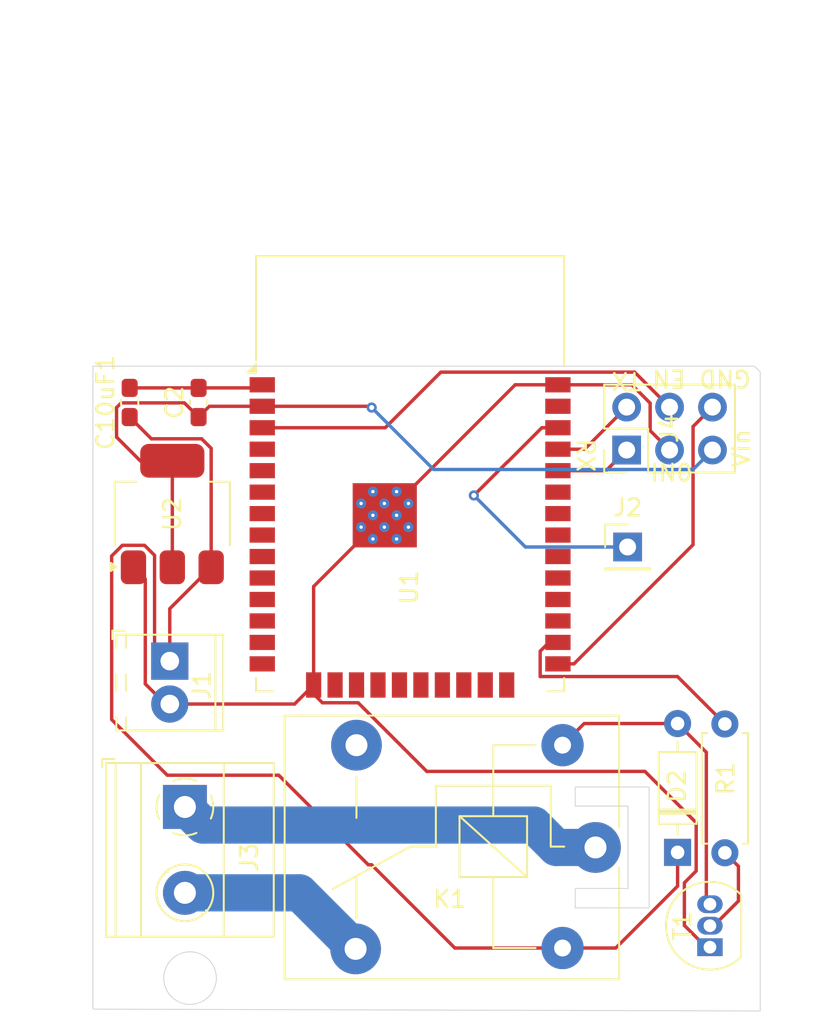
<source format=kicad_pcb>
(kicad_pcb (version 20240108) (generator "pcbnew") (generator_version "8.0")
  (layers (0 "F.Cu" signal) (31 "B.Cu" signal) (34 "B.Paste" user) (35 "F.Paste" user) (36 "B.SilkS" user "B.Silkscreen") (37 "F.SilkS" user "F.Silkscreen") (38 "B.Mask" user) (39 "F.Mask" user) (44 "Edge.Cuts" user))
  (net 0 "")
  (net 1 "PS +5V")
  (net 2 "PS_GND")
  (net 14 "SW1")
  (net 22 "Net-(D2-A)")
  (net 23 "Net-(T1-B)")
  (net 27 "/RelayCircuit1/ACT-X")
  (net 30 "Net-(J3-Pin_2)")
  (net 31 "Net-(J3-Pin_1)")
  (net 33 "3.3V")
  (net 34 "TX")
  (net 35 "RX")
  (net 36 "EN")
  (net 37 "IN0")
  (footprint "RF_Module:ESP32-WROOM-32D" (layer "F.Cu") (at 82.725 65.905)
    (property "Reference" "U1" (at -0.06 3.74 90) (layer "F.SilkS"))
    (property "Value" "ESP32")
    (fp_line (start -9.12 -15.86) (end -9.12 -9.7) (stroke (width 0.12)) (layer "F.SilkS"))
    (fp_line (start -9.12 -15.86) (end 9.12 -15.86) (stroke (width 0.12)) (layer "F.SilkS"))
    (fp_line (start -9.12 9.1) (end -9.12 9.88) (stroke (width 0.12)) (layer "F.SilkS"))
    (fp_line (start -9.12 9.88) (end -8.12 9.88) (stroke (width 0.12)) (layer "F.SilkS"))
    (fp_line (start 9.12 -15.86) (end 9.12 -9.445) (stroke (width 0.12)) (layer "F.SilkS"))
    (fp_line (start 9.12 9.1) (end 9.12 9.88) (stroke (width 0.12)) (layer "F.SilkS"))
    (fp_line (start 9.12 9.88) (end 8.12 9.88) (stroke (width 0.12)) (layer "F.SilkS"))
    (fp_poly (pts (xy -9.125 -8.975) (xy -9.625 -8.975) (xy -9.125 -9.475) (xy -9.125 -8.975)) (stroke (width 0.12)) (fill solid) (layer "F.SilkS"))
    (pad "1" smd rect (at -8.75 -8.25) (size 1.5 0.9) (layers "F.Cu" "F.Paste" "F.Mask") (net 2 "PS_GND"))
    (pad "2" smd rect (at -8.75 -6.98) (size 1.5 0.9) (layers "F.Cu" "F.Paste" "F.Mask") (net 33 "3.3V"))
    (pad "3" smd rect (at -8.75 -5.71) (size 1.5 0.9) (layers "F.Cu" "F.Paste" "F.Mask") (net 36 "EN"))
    (pad "4" smd rect (at -8.75 -4.44) (size 1.5 0.9) (layers "F.Cu" "F.Paste" "F.Mask"))
    (pad "5" smd rect (at -8.75 -3.17) (size 1.5 0.9) (layers "F.Cu" "F.Paste" "F.Mask"))
    (pad "6" smd rect (at -8.75 -1.9) (size 1.5 0.9) (layers "F.Cu" "F.Paste" "F.Mask"))
    (pad "7" smd rect (at -8.75 -0.63) (size 1.5 0.9) (layers "F.Cu" "F.Paste" "F.Mask"))
    (pad "8" smd rect (at -8.75 0.64) (size 1.5 0.9) (layers "F.Cu" "F.Paste" "F.Mask"))
    (pad "9" smd rect (at -8.75 1.91) (size 1.5 0.9) (layers "F.Cu" "F.Paste" "F.Mask"))
    (pad "10" smd rect (at -8.75 3.18) (size 1.5 0.9) (layers "F.Cu" "F.Paste" "F.Mask"))
    (pad "11" smd rect (at -8.75 4.45) (size 1.5 0.9) (layers "F.Cu" "F.Paste" "F.Mask"))
    (pad "12" smd rect (at -8.75 5.72) (size 1.5 0.9) (layers "F.Cu" "F.Paste" "F.Mask"))
    (pad "13" smd rect (at -8.75 6.99) (size 1.5 0.9) (layers "F.Cu" "F.Paste" "F.Mask"))
    (pad "14" smd rect (at -8.75 8.26) (size 1.5 0.9) (layers "F.Cu" "F.Paste" "F.Mask"))
    (pad "15" smd rect (at -5.71 9.51 90) (size 1.5 0.9) (layers "F.Cu" "F.Paste" "F.Mask") (net 2 "PS_GND"))
    (pad "16" smd rect (at -4.44 9.51 90) (size 1.5 0.9) (layers "F.Cu" "F.Paste" "F.Mask"))
    (pad "17" smd rect (at -3.17 9.51 90) (size 1.5 0.9) (layers "F.Cu" "F.Paste" "F.Mask"))
    (pad "18" smd rect (at -1.9 9.51 90) (size 1.5 0.9) (layers "F.Cu" "F.Paste" "F.Mask"))
    (pad "19" smd rect (at -0.63 9.51 90) (size 1.5 0.9) (layers "F.Cu" "F.Paste" "F.Mask"))
    (pad "20" smd rect (at 0.64 9.51 90) (size 1.5 0.9) (layers "F.Cu" "F.Paste" "F.Mask"))
    (pad "21" smd rect (at 1.91 9.51 90) (size 1.5 0.9) (layers "F.Cu" "F.Paste" "F.Mask"))
    (pad "22" smd rect (at 3.18 9.51 90) (size 1.5 0.9) (layers "F.Cu" "F.Paste" "F.Mask"))
    (pad "23" smd rect (at 4.45 9.51 90) (size 1.5 0.9) (layers "F.Cu" "F.Paste" "F.Mask"))
    (pad "24" smd rect (at 5.72 9.51 90) (size 1.5 0.9) (layers "F.Cu" "F.Paste" "F.Mask"))
    (pad "25" smd rect (at 8.75 8.26) (size 1.5 0.9) (layers "F.Cu" "F.Paste" "F.Mask") (net 37 "IN0"))
    (pad "26" smd rect (at 8.75 6.99) (size 1.5 0.9) (layers "F.Cu" "F.Paste" "F.Mask") (net 27 "/RelayCircuit1/ACT-X"))
    (pad "27" smd rect (at 8.75 5.72) (size 1.5 0.9) (layers "F.Cu" "F.Paste" "F.Mask"))
    (pad "28" smd rect (at 8.75 4.45) (size 1.5 0.9) (layers "F.Cu" "F.Paste" "F.Mask"))
    (pad "29" smd rect (at 8.75 3.18) (size 1.5 0.9) (layers "F.Cu" "F.Paste" "F.Mask"))
    (pad "30" smd rect (at 8.75 1.91) (size 1.5 0.9) (layers "F.Cu" "F.Paste" "F.Mask"))
    (pad "31" smd rect (at 8.75 0.64) (size 1.5 0.9) (layers "F.Cu" "F.Paste" "F.Mask"))
    (pad "32" smd rect (at 8.75 -0.63) (size 1.5 0.9) (layers "F.Cu" "F.Paste" "F.Mask"))
    (pad "33" smd rect (at 8.75 -1.9) (size 1.5 0.9) (layers "F.Cu" "F.Paste" "F.Mask"))
    (pad "34" smd rect (at 8.75 -3.17) (size 1.5 0.9) (layers "F.Cu" "F.Paste" "F.Mask") (net 35 "RX"))
    (pad "35" smd rect (at 8.75 -4.44) (size 1.5 0.9) (layers "F.Cu" "F.Paste" "F.Mask") (net 34 "TX"))
    (pad "36" smd rect (at 8.75 -5.71) (size 1.5 0.9) (layers "F.Cu" "F.Paste" "F.Mask") (net 14 "SW1"))
    (pad "37" smd rect (at 8.75 -6.98) (size 1.5 0.9) (layers "F.Cu" "F.Paste" "F.Mask"))
    (pad "38" smd rect (at 8.75 -8.25) (size 1.5 0.9) (layers "F.Cu" "F.Paste" "F.Mask") (net 2 "PS_GND"))
    (pad "39" smd rect (at -2.9 -1.93) (size 0.9 0.9) (layers "F.Cu" "F.Paste") (net 2 "PS_GND"))
    (pad "39" thru_hole circle (at -2.9 -1.23) (size 0.6 0.6) (drill 0.2) (property pad_prop_heatsink) (layers "*.Cu" "F.Mask") (net 2 "PS_GND"))
    (pad "39" smd rect (at -2.9 -0.53) (size 0.9 0.9) (layers "F.Cu" "F.Paste") (net 2 "PS_GND"))
    (pad "39" thru_hole circle (at -2.9 0.17) (size 0.6 0.6) (drill 0.2) (property pad_prop_heatsink) (layers "*.Cu" "F.Mask") (net 2 "PS_GND"))
    (pad "39" smd rect (at -2.9 0.87) (size 0.9 0.9) (layers "F.Cu" "F.Paste") (net 2 "PS_GND"))
    (pad "39" thru_hole circle (at -2.2 -1.93) (size 0.6 0.6) (drill 0.2) (property pad_prop_heatsink) (layers "*.Cu" "F.Mask") (net 2 "PS_GND"))
    (pad "39" thru_hole circle (at -2.2 -0.53) (size 0.6 0.6) (drill 0.2) (property pad_prop_heatsink) (layers "*.Cu" "F.Mask") (net 2 "PS_GND"))
    (pad "39" thru_hole circle (at -2.2 0.87) (size 0.6 0.6) (drill 0.2) (property pad_prop_heatsink) (layers "*.Cu" "F.Mask") (net 2 "PS_GND"))
    (pad "39" thru_hole circle (at -1.525 -1.23) (size 0.6 0.6) (drill 0.2) (property pad_prop_heatsink) (layers "*.Cu" "F.Mask") (net 2 "PS_GND"))
    (pad "39" thru_hole circle (at -1.525 0.17) (size 0.6 0.6) (drill 0.2) (property pad_prop_heatsink) (layers "*.Cu" "F.Mask") (net 2 "PS_GND"))
    (pad "39" smd rect (at -1.5 -1.93) (size 0.9 0.9) (layers "F.Cu" "F.Paste") (net 2 "PS_GND"))
    (pad "39" smd rect (at -1.5 -0.53) (size 0.9 0.9) (layers "F.Cu" "F.Paste") (net 2 "PS_GND"))
    (pad "39" smd rect (at -1.5 -0.53) (size 3.8 3.8) (layers "F.Cu" "F.Mask") (net 2 "PS_GND"))
    (pad "39" smd rect (at -1.5 0.87) (size 0.9 0.9) (layers "F.Cu" "F.Paste") (net 2 "PS_GND"))
    (pad "39" thru_hole circle (at -0.8 -1.93) (size 0.6 0.6) (drill 0.2) (property pad_prop_heatsink) (layers "*.Cu" "F.Mask") (net 2 "PS_GND"))
    (pad "39" thru_hole circle (at -0.8 -0.53) (size 0.6 0.6) (drill 0.2) (property pad_prop_heatsink) (layers "*.Cu" "F.Mask") (net 2 "PS_GND"))
    (pad "39" thru_hole circle (at -0.8 0.87) (size 0.6 0.6) (drill 0.2) (property pad_prop_heatsink) (layers "*.Cu" "F.Mask") (net 2 "PS_GND"))
    (pad "39" smd rect (at -0.1 -1.93) (size 0.9 0.9) (layers "F.Cu" "F.Paste") (net 2 "PS_GND"))
    (pad "39" thru_hole circle (at -0.1 -1.23) (size 0.6 0.6) (drill 0.2) (property pad_prop_heatsink) (layers "*.Cu" "F.Mask") (net 2 "PS_GND"))
    (pad "39" smd rect (at -0.1 -0.53) (size 0.9 0.9) (layers "F.Cu" "F.Paste") (net 2 "PS_GND"))
    (pad "39" thru_hole circle (at -0.1 0.17) (size 0.6 0.6) (drill 0.2) (property pad_prop_heatsink) (layers "*.Cu" "F.Mask") (net 2 "PS_GND"))
    (pad "39" smd rect (at -0.1 0.87) (size 0.9 0.9) (layers "F.Cu" "F.Paste") (net 2 "PS_GND"))
  )
  (footprint "Capacitor_SMD:C_0603_1608Metric_Pad1.08x0.95mm_HandSolder" (layer "F.Cu") (at 66.125 58.7 90)
    (property "Reference" "C10uF1" (at 0 -1.43 90) (layer "F.SilkS"))
    (property "Value" "C")
    (fp_line (start -0.146267 -0.51) (end 0.146267 -0.51) (stroke (width 0.12)) (layer "F.SilkS"))
    (fp_line (start -0.146267 0.51) (end 0.146267 0.51) (stroke (width 0.12)) (layer "F.SilkS"))
    (pad "1" smd roundrect (at -0.8625 0 90) (size 1.075 0.95) (layers "F.Cu" "F.Paste" "F.Mask") (net 1 "PS +5V"))
    (pad "2" smd roundrect (at 0.8625 0 90) (size 1.075 0.95) (layers "F.Cu" "F.Paste" "F.Mask") (net 2 "PS_GND"))
  )
  (footprint "Package_TO_SOT_SMD:SOT-223-3_TabPin2" (layer "F.Cu") (at 68.65 65.3 90)
    (property "Reference" "U2" (at 0 0 90) (layer "F.SilkS"))
    (property "Value" "AMS1117-3.3")
    (fp_line (start 1.91 -3.41) (end 1.91 -2.15) (stroke (width 0.12)) (layer "F.SilkS"))
    (fp_line (start -1.85 -3.41) (end 1.91 -3.41) (stroke (width 0.12)) (layer "F.SilkS"))
    (fp_line (start 1.91 3.41) (end 1.91 2.15) (stroke (width 0.12)) (layer "F.SilkS"))
    (fp_line (start -1.85 3.41) (end 1.91 3.41) (stroke (width 0.12)) (layer "F.SilkS"))
    (fp_poly (pts (xy -3.13 -3.31) (xy -3.37 -3.64) (xy -2.89 -3.64) (xy -3.13 -3.31)) (stroke (width 0.12)) (fill solid) (layer "F.SilkS"))
    (pad "1" smd roundrect (at -3.15 -2.3 90) (size 2 1.5) (layers "F.Cu" "F.Paste" "F.Mask") (net 2 "PS_GND"))
    (pad "2" smd roundrect (at -3.15 0 90) (size 2 1.5) (layers "F.Cu" "F.Paste" "F.Mask") (net 33 "3.3V"))
    (pad "2" smd roundrect (at 3.15 0 90) (size 2 3.8) (layers "F.Cu" "F.Paste" "F.Mask") (net 33 "3.3V"))
    (pad "3" smd roundrect (at -3.15 2.3 90) (size 2 1.5) (layers "F.Cu" "F.Paste" "F.Mask") (net 1 "PS +5V"))
  )
  (footprint "Relay_THT:Relay_SPDT_SANYOU_SRD_Series_Form_C" (layer "F.Cu") (at 93.7 85.025 180)
    (property "Reference" "K1" (at 8.625 -3.05 0) (layer "F.SilkS"))
    (property "Value" "Relay1")
    (fp_line (start 18.4 7.8) (end -1.4 7.8) (stroke (width 0.12)) (layer "F.SilkS"))
    (fp_line (start 18.4 -7.8) (end 18.4 7.8) (stroke (width 0.12)) (layer "F.SilkS"))
    (fp_line (start 14.15 4.2) (end 14.15 1.75) (stroke (width 0.12)) (layer "F.SilkS"))
    (fp_line (start 14.15 -4.2) (end 14.15 -1.7) (stroke (width 0.12)) (layer "F.SilkS"))
    (fp_line (start 10.95 0.05) (end 15.55 -2.45) (stroke (width 0.12)) (layer "F.SilkS"))
    (fp_line (start 9.45 3.65) (end 2.65 3.65) (stroke (width 0.12)) (layer "F.SilkS"))
    (fp_line (start 9.45 0.05) (end 10.95 0.05) (stroke (width 0.12)) (layer "F.SilkS"))
    (fp_line (start 9.45 0.05) (end 9.45 3.65) (stroke (width 0.12)) (layer "F.SilkS"))
    (fp_line (start 8.05 1.85) (end 4.05 1.85) (stroke (width 0.12)) (layer "F.SilkS"))
    (fp_line (start 8.05 1.85) (end 4.05 -1.75) (stroke (width 0.12)) (layer "F.SilkS"))
    (fp_line (start 8.05 -1.75) (end 8.05 1.85) (stroke (width 0.12)) (layer "F.SilkS"))
    (fp_line (start 6.05 1.85) (end 6.05 6.05) (stroke (width 0.12)) (layer "F.SilkS"))
    (fp_line (start 6.05 -5.95) (end 6.05 -1.75) (stroke (width 0.12)) (layer "F.SilkS"))
    (fp_line (start 6.05 -5.95) (end 3.55 -5.95) (stroke (width 0.12)) (layer "F.SilkS"))
    (fp_line (start 4.05 1.85) (end 4.05 -1.75) (stroke (width 0.12)) (layer "F.SilkS"))
    (fp_line (start 4.05 -1.75) (end 8.05 -1.75) (stroke (width 0.12)) (layer "F.SilkS"))
    (fp_line (start 3.55 6.05) (end 6.05 6.05) (stroke (width 0.12)) (layer "F.SilkS"))
    (fp_line (start 2.65 0.05) (end 2.65 3.65) (stroke (width 0.12)) (layer "F.SilkS"))
    (fp_line (start 2.65 0.05) (end 1.85 0.05) (stroke (width 0.12)) (layer "F.SilkS"))
    (fp_line (start -1.4 1.2) (end -1.4 7.8) (stroke (width 0.12)) (layer "F.SilkS"))
    (fp_line (start -1.4 -7.8) (end 18.4 -7.8) (stroke (width 0.12)) (layer "F.SilkS"))
    (fp_line (start -1.4 -7.8) (end -1.4 -1.2) (stroke (width 0.12)) (layer "F.SilkS"))
    (pad "1" thru_hole circle (at 0 0 270) (size 3 3) (drill 1.3) (layers "*.Cu" "*.Mask") (net 31 "Net-(J3-Pin_1)"))
    (pad "2" thru_hole circle (at 1.95 6.05 270) (size 2.5 2.5) (drill 1) (layers "*.Cu" "*.Mask") (net 22 "Net-(D2-A)"))
    (pad "3" thru_hole circle (at 14.15 6.05 270) (size 3 3) (drill 1.3) (layers "*.Cu" "*.Mask"))
    (pad "4" thru_hole circle (at 14.2 -6 270) (size 3 3) (drill 1.3) (layers "*.Cu" "*.Mask") (net 30 "Net-(J3-Pin_2)"))
    (pad "5" thru_hole circle (at 1.95 -5.95 270) (size 2.5 2.5) (drill 1) (layers "*.Cu" "*.Mask") (net 1 "PS +5V"))
  )
  (footprint "Resistor_THT:R_Axial_DIN0207_L6.3mm_D2.5mm_P7.62mm_Horizontal" (layer "F.Cu") (at 101.36 77.72 -90)
    (property "Reference" "R1" (at 3.23 -0.04 90) (layer "F.SilkS"))
    (property "Value" "1KΩ")
    (fp_line (start 0.54 1.37) (end 7.08 1.37) (stroke (width 0.12)) (layer "F.SilkS"))
    (fp_line (start 7.08 1.37) (end 7.08 1.04) (stroke (width 0.12)) (layer "F.SilkS"))
    (fp_line (start 0.54 1.04) (end 0.54 1.37) (stroke (width 0.12)) (layer "F.SilkS"))
    (fp_line (start 0.54 -1.04) (end 0.54 -1.37) (stroke (width 0.12)) (layer "F.SilkS"))
    (fp_line (start 0.54 -1.37) (end 7.08 -1.37) (stroke (width 0.12)) (layer "F.SilkS"))
    (fp_line (start 7.08 -1.37) (end 7.08 -1.04) (stroke (width 0.12)) (layer "F.SilkS"))
    (pad "1" thru_hole circle (at 0 0 270) (size 1.6 1.6) (drill 0.8) (layers "*.Cu" "*.Mask") (net 27 "/RelayCircuit1/ACT-X"))
    (pad "2" thru_hole oval (at 7.62 0 270) (size 1.6 1.6) (drill 0.8) (layers "*.Cu" "*.Mask") (net 23 "Net-(T1-B)"))
  )
  (footprint "Connector_PinHeader_2.54mm:PinHeader_1x01_P2.54mm_Vertical" (layer "F.Cu") (at 95.6 67.25)
    (property "Reference" "J2" (at 0 -2.33 0) (layer "F.SilkS"))
    (property "Value" "S1")
    (fp_line (start -1.33 -1.33) (end 0 -1.33) (stroke (width 0.12)) (layer "F.SilkS"))
    (fp_line (start -1.33 0) (end -1.33 -1.33) (stroke (width 0.12)) (layer "F.SilkS"))
    (fp_line (start -1.33 1.27) (end -1.33 1.33) (stroke (width 0.12)) (layer "F.SilkS"))
    (fp_line (start -1.33 1.27) (end 1.33 1.27) (stroke (width 0.12)) (layer "F.SilkS"))
    (fp_line (start -1.33 1.33) (end 1.33 1.33) (stroke (width 0.12)) (layer "F.SilkS"))
    (fp_line (start 1.33 1.27) (end 1.33 1.33) (stroke (width 0.12)) (layer "F.SilkS"))
    (pad "1" thru_hole rect (at 0 0) (size 1.7 1.7) (drill 1) (layers "*.Cu" "*.Mask") (net 14 "SW1"))
  )
  (footprint "Diode_THT:D_DO-35_SOD27_P7.62mm_Horizontal" (layer "F.Cu") (at 98.56 85.315 90)
    (property "Reference" "D2" (at 3.915 -0.035 90) (layer "F.SilkS"))
    (property "Value" "1N4007")
    (fp_line (start 5.93 -1.12) (end 1.69 -1.12) (stroke (width 0.12)) (layer "F.SilkS"))
    (fp_line (start 2.53 -1.12) (end 2.53 1.12) (stroke (width 0.12)) (layer "F.SilkS"))
    (fp_line (start 2.41 -1.12) (end 2.41 1.12) (stroke (width 0.12)) (layer "F.SilkS"))
    (fp_line (start 2.29 -1.12) (end 2.29 1.12) (stroke (width 0.12)) (layer "F.SilkS"))
    (fp_line (start 1.69 -1.12) (end 1.69 1.12) (stroke (width 0.12)) (layer "F.SilkS"))
    (fp_line (start 6.58 0) (end 5.93 0) (stroke (width 0.12)) (layer "F.SilkS"))
    (fp_line (start 1.04 0) (end 1.69 0) (stroke (width 0.12)) (layer "F.SilkS"))
    (fp_line (start 5.93 1.12) (end 5.93 -1.12) (stroke (width 0.12)) (layer "F.SilkS"))
    (fp_line (start 1.69 1.12) (end 5.93 1.12) (stroke (width 0.12)) (layer "F.SilkS"))
    (pad "1" thru_hole rect (at 0 0 90) (size 1.6 1.6) (drill 0.8) (layers "*.Cu" "*.Mask") (net 1 "PS +5V"))
    (pad "2" thru_hole oval (at 7.62 0 90) (size 1.6 1.6) (drill 0.8) (layers "*.Cu" "*.Mask") (net 22 "Net-(D2-A)"))
  )
  (footprint "Package_TO_SOT_THT:TO-92_Inline" (layer "F.Cu") (at 100.475 90.925 90)
    (property "Reference" "T1" (at 1.24 -1.625 90) (layer "F.SilkS"))
    (property "Value" "2N2222")
    (fp_line (start -0.53 1.85) (end 3.07 1.85) (stroke (width 0.12)) (layer "F.SilkS"))
    (fp_arc (start 1.27 -2.6) (mid 3.672087 -0.994977) (end 3.108478 1.838478) (stroke (width 0.12)) (layer "F.SilkS"))
    (fp_arc (start -0.568478 1.838478) (mid -1.132087 -0.994977) (end 1.27 -2.6) (stroke (width 0.12)) (layer "F.SilkS"))
    (pad "1" thru_hole rect (at 0 0 90) (size 1.05 1.5) (drill 0.75) (layers "*.Cu" "*.Mask") (net 2 "PS_GND"))
    (pad "2" thru_hole oval (at 1.27 0 90) (size 1.05 1.5) (drill 0.75) (layers "*.Cu" "*.Mask") (net 23 "Net-(T1-B)"))
    (pad "3" thru_hole oval (at 2.54 0 90) (size 1.05 1.5) (drill 0.75) (layers "*.Cu" "*.Mask") (net 22 "Net-(D2-A)"))
  )
  (footprint "TerminalBlock_Phoenix:TerminalBlock_Phoenix_MKDS-1,5-2-5.08_1x02_P5.08mm_Horizontal" (layer "F.Cu") (at 69.395 82.63 -90)
    (property "Reference" "J3" (at 2.97 -3.805 90) (layer "F.SilkS"))
    (property "Value" "L2")
    (fp_line (start -2.84 4.9) (end -2.34 4.9) (stroke (width 0.12)) (layer "F.SilkS"))
    (fp_line (start -2.6 4.66) (end 7.68 4.66) (stroke (width 0.12)) (layer "F.SilkS"))
    (fp_line (start -2.84 4.16) (end -2.84 4.9) (stroke (width 0.12)) (layer "F.SilkS"))
    (fp_line (start -2.6 4.1) (end 7.68 4.1) (stroke (width 0.12)) (layer "F.SilkS"))
    (fp_line (start -2.6 2.6) (end 7.68 2.6) (stroke (width 0.12)) (layer "F.SilkS"))
    (fp_line (start 4.046 1.239) (end 4.011 1.274) (stroke (width 0.12)) (layer "F.SilkS"))
    (fp_line (start 3.853 1.023) (end 3.806 1.069) (stroke (width 0.12)) (layer "F.SilkS"))
    (fp_line (start 6.355 -1.069) (end 6.308 -1.023) (stroke (width 0.12)) (layer "F.SilkS"))
    (fp_line (start 6.15 -1.275) (end 6.115 -1.239) (stroke (width 0.12)) (layer "F.SilkS"))
    (fp_line (start -2.6 -2.301) (end 7.68 -2.301) (stroke (width 0.12)) (layer "F.SilkS"))
    (fp_line (start -2.6 -5.261) (end -2.6 4.66) (stroke (width 0.12)) (layer "F.SilkS"))
    (fp_line (start -2.6 -5.261) (end 7.68 -5.261) (stroke (width 0.12)) (layer "F.SilkS"))
    (fp_line (start 7.68 -5.261) (end 7.68 4.66) (stroke (width 0.12)) (layer "F.SilkS"))
    (fp_arc (start 0.028805 1.680253) (mid -0.335551 1.646659) (end -0.684 1.535) (stroke (width 0.12)) (layer "F.SilkS"))
    (fp_arc (start 0.683318 1.534756) (mid 0.349292 1.643288) (end 0 1.68) (stroke (width 0.12)) (layer "F.SilkS"))
    (fp_arc (start -1.535427 0.683042) (mid -1.680501 -0.000524) (end -1.535 -0.684) (stroke (width 0.12)) (layer "F.SilkS"))
    (fp_arc (start 1.535427 -0.683042) (mid 1.680501 0.000524) (end 1.535 0.684) (stroke (width 0.12)) (layer "F.SilkS"))
    (fp_arc (start -0.683042 -1.535427) (mid 0.000524 -1.680501) (end 0.684 -1.535) (stroke (width 0.12)) (layer "F.SilkS"))
    (fp_circle (center 5.08 0) (end 6.76 0) (stroke (width 0.12)) (fill none) (layer "F.SilkS"))
    (pad "1" thru_hole rect (at 0 0 270) (size 2.6 2.6) (drill 1.3) (layers "*.Cu" "*.Mask") (net 31 "Net-(J3-Pin_1)"))
    (pad "2" thru_hole circle (at 5.08 0 270) (size 2.6 2.6) (drill 1.3) (layers "*.Cu" "*.Mask") (net 30 "Net-(J3-Pin_2)"))
  )
  (footprint "Connector_PinHeader_2.54mm:PinHeader_2x03_P2.54mm_Vertical" (layer "F.Cu") (at 95.545 61.515 90)
    (property "Reference" "J4" (at 1.275 2.525 90) (layer "F.SilkS"))
    (property "Value" "Conn_01x06_Pin")
    (fp_line (start 3.87 -1.33) (end 3.87 6.41) (stroke (width 0.12)) (layer "F.SilkS"))
    (fp_line (start 1.27 -1.33) (end 3.87 -1.33) (stroke (width 0.12)) (layer "F.SilkS"))
    (fp_line (start -1.33 -1.33) (end 0 -1.33) (stroke (width 0.12)) (layer "F.SilkS"))
    (fp_line (start -1.33 0) (end -1.33 -1.33) (stroke (width 0.12)) (layer "F.SilkS"))
    (fp_line (start 1.27 1.27) (end 1.27 -1.33) (stroke (width 0.12)) (layer "F.SilkS"))
    (fp_line (start -1.33 1.27) (end 1.27 1.27) (stroke (width 0.12)) (layer "F.SilkS"))
    (fp_line (start -1.33 1.27) (end -1.33 6.41) (stroke (width 0.12)) (layer "F.SilkS"))
    (fp_line (start -1.33 6.41) (end 3.87 6.41) (stroke (width 0.12)) (layer "F.SilkS"))
    (pad "1" thru_hole rect (at 0 0 90) (size 1.7 1.7) (drill 1) (layers "*.Cu" "*.Mask") (net 35 "RX"))
    (pad "2" thru_hole oval (at 2.54 0 90) (size 1.7 1.7) (drill 1) (layers "*.Cu" "*.Mask") (net 34 "TX"))
    (pad "3" thru_hole oval (at 0 2.54 90) (size 1.7 1.7) (drill 1) (layers "*.Cu" "*.Mask") (net 2 "PS_GND"))
    (pad "4" thru_hole oval (at 2.54 2.54 90) (size 1.7 1.7) (drill 1) (layers "*.Cu" "*.Mask") (net 36 "EN"))
    (pad "5" thru_hole oval (at 0 5.08 90) (size 1.7 1.7) (drill 1) (layers "*.Cu" "*.Mask") (net 33 "3.3V"))
    (pad "6" thru_hole oval (at 2.54 5.08 90) (size 1.7 1.7) (drill 1) (layers "*.Cu" "*.Mask") (net 37 "IN0"))
  )
  (footprint "Capacitor_SMD:C_0603_1608Metric_Pad1.08x0.95mm_HandSolder" (layer "F.Cu") (at 70.205 58.7025 90)
    (property "Reference" "C2" (at 0 -1.43 90) (layer "F.SilkS"))
    (property "Value" "10uF")
    (fp_line (start -0.146267 -0.51) (end 0.146267 -0.51) (stroke (width 0.12)) (layer "F.SilkS"))
    (fp_line (start -0.146267 0.51) (end 0.146267 0.51) (stroke (width 0.12)) (layer "F.SilkS"))
    (pad "1" smd roundrect (at -0.8625 0 90) (size 1.075 0.95) (layers "F.Cu" "F.Paste" "F.Mask") (net 33 "3.3V"))
    (pad "2" smd roundrect (at 0.8625 0 90) (size 1.075 0.95) (layers "F.Cu" "F.Paste" "F.Mask") (net 2 "PS_GND"))
  )
  (footprint "TerminalBlock_Phoenix:TerminalBlock_Phoenix_MPT-0,5-2-2.54_1x02_P2.54mm_Horizontal" (layer "F.Cu") (at 68.5 74 -90)
    (property "Reference" "J1" (at 1.44 -1.9 90) (layer "F.SilkS"))
    (property "Value" "+")
    (fp_line (start -1.8 3.4) (end -1.3 3.4) (stroke (width 0.12)) (layer "F.SilkS"))
    (fp_line (start -1.56 3.16) (end -0.79 3.16) (stroke (width 0.12)) (layer "F.SilkS"))
    (fp_line (start 0.79 3.16) (end 1.75 3.16) (stroke (width 0.12)) (layer "F.SilkS"))
    (fp_line (start 3.33 3.16) (end 4.1 3.16) (stroke (width 0.12)) (layer "F.SilkS"))
    (fp_line (start -1.8 2.66) (end -1.8 3.4) (stroke (width 0.12)) (layer "F.SilkS"))
    (fp_line (start -1.56 2.6) (end -0.79 2.6) (stroke (width 0.12)) (layer "F.SilkS"))
    (fp_line (start 0.79 2.6) (end 1.75 2.6) (stroke (width 0.12)) (layer "F.SilkS"))
    (fp_line (start 3.33 2.6) (end 4.1 2.6) (stroke (width 0.12)) (layer "F.SilkS"))
    (fp_line (start -1.56 -2.7) (end 4.1 -2.7) (stroke (width 0.12)) (layer "F.SilkS"))
    (fp_line (start -1.56 -3.16) (end -1.56 3.16) (stroke (width 0.12)) (layer "F.SilkS"))
    (fp_line (start -1.56 -3.16) (end 4.1 -3.16) (stroke (width 0.12)) (layer "F.SilkS"))
    (fp_line (start 4.1 -3.16) (end 4.1 3.16) (stroke (width 0.12)) (layer "F.SilkS"))
    (pad "" np_thru_hole circle (at 0 2.54 270) (size 1.1 1.1) (drill 1.1) (layers "*.Cu" "*.Mask"))
    (pad "" np_thru_hole circle (at 2.54 2.54 270) (size 1.1 1.1) (drill 1.1) (layers "*.Cu" "*.Mask"))
    (pad "1" thru_hole rect (at 0 0 270) (size 2.2 2.2) (drill 1.1) (layers "*.Cu" "*.Mask") (net 1 "PS +5V"))
    (pad "2" thru_hole circle (at 2.54 0 270) (size 2.2 2.2) (drill 1.1) (layers "*.Cu" "*.Mask") (net 2 "PS_GND"))
  )
  (gr_poly (pts (xy 92.5 81.45) (xy 96.875 81.45) (xy 96.875 88.575) (xy 96.85 88.6) (xy 92.5 88.6) (xy 92.5 87.475) (xy 92.525 87.45) (xy 95.6 87.45) (xy 95.625 87.475) (xy 95.625 82.575) (xy 92.5 82.575)) (stroke (width 0.05)) (fill none) (layer "Edge.Cuts"))
  (gr_circle (center 69.7 92.755634) (end 70.8 93.855634) (stroke (width 0.05)) (fill none) (layer "Edge.Cuts"))
  (gr_poly (pts (xy 63.95 56.55) (xy 103.1 56.55) (xy 103.45 56.9) (xy 103.45 94.7) (xy 63.989308 94.589308) (xy 63.95 94.55)) (stroke (width 0.05)) (fill none) (layer "Edge.Cuts"))
  (gr_text "RX\n" (at 93.1 61.825 270) (layer "F.SilkS") (effects (font (size 1 1))))
  (gr_text "EN" (at 98.05 57.275 180) (layer "F.SilkS") (effects (font (size 1 1))))
  (gr_text "IN0\n" (at 98.2 62.875 0) (layer "F.SilkS") (effects (font (size 1 1))))
  (gr_text "Vin" (at 102.35 61.4 90) (layer "F.SilkS") (effects (font (size 1 1))))
  (gr_text "TX\n" (at 95.525 57.425 180) (layer "F.SilkS") (effects (font (size 1 1))))
  (gr_text "GND\n" (at 101.375 57.275 180) (layer "F.SilkS") (effects (font (size 1 1))))
  (segment (start 68.35 80.75) (end 74.95 80.75) (width 0.2) (layer "F.Cu") (net 1))
  (segment (start 68.5 70.9) (end 70.95 68.45) (width 0.2) (layer "F.Cu") (net 1))
  (segment (start 70.95 61.411358) (end 70.95 68.45) (width 0.2) (layer "F.Cu") (net 1))
  (segment (start 80.25 86.05) (end 80.45 86.05) (width 0.2) (layer "F.Cu") (net 1))
  (segment (start 65.06 77.46) (end 68.35 80.75) (width 0.2) (layer "F.Cu") (net 1))
  (segment (start 80.45 86.05) (end 85.375 90.975) (width 0.2) (layer "F.Cu") (net 1))
  (segment (start 98.56 87.314264) (end 98.56 85.315) (width 0.2) (layer "F.Cu") (net 1))
  (segment (start 68.5 74) (end 68.5 70.9) (width 0.2) (layer "F.Cu") (net 1))
  (segment (start 67.004594 67.15) (end 65.695406 67.15) (width 0.2) (layer "F.Cu") (net 1))
  (segment (start 85.375 90.975) (end 91.75 90.975) (width 0.2) (layer "F.Cu") (net 1))
  (segment (start 65.695406 67.15) (end 65.06 67.785406) (width 0.2) (layer "F.Cu") (net 1))
  (segment (start 74.95 80.75) (end 80.25 86.05) (width 0.2) (layer "F.Cu") (net 1))
  (segment (start 67.6 67.745406) (end 67.004594 67.15) (width 0.2) (layer "F.Cu") (net 1))
  (segment (start 68.5 74) (end 67.6 73.1) (width 0.2) (layer "F.Cu") (net 1))
  (segment (start 94.899264 90.975) (end 98.56 87.314264) (width 0.2) (layer "F.Cu") (net 1))
  (segment (start 91.75 90.975) (end 94.899264 90.975) (width 0.2) (layer "F.Cu") (net 1))
  (segment (start 70.388642 60.85) (end 70.95 61.411358) (width 0.2) (layer "F.Cu") (net 1))
  (segment (start 65.06 67.785406) (end 65.06 77.46) (width 0.2) (layer "F.Cu") (net 1))
  (segment (start 66.125 59.5625) (end 67.4125 60.85) (width 0.2) (layer "F.Cu") (net 1))
  (segment (start 67.4125 60.85) (end 70.388642 60.85) (width 0.2) (layer "F.Cu") (net 1))
  (segment (start 67.6 73.1) (end 67.6 67.745406) (width 0.2) (layer "F.Cu") (net 1))
  (segment (start 96.625 80.525) (end 83.71 80.525) (width 0.2) (layer "F.Cu") (net 2))
  (segment (start 100.25 90.925) (end 98.96 89.635) (width 0.2) (layer "F.Cu") (net 2))
  (segment (start 68.5 76.54) (end 75.89 76.54) (width 0.2) (layer "F.Cu") (net 2))
  (segment (start 68.24 76.54) (end 67.05 75.35) (width 0.2) (layer "F.Cu") (net 2))
  (segment (start 67.05 69.15) (end 66.35 68.45) (width 0.2) (layer "F.Cu") (net 2))
  (segment (start 99.66 86.415) (end 99.66 83.56) (width 0.2) (layer "F.Cu") (net 2))
  (segment (start 98.96 87.115) (end 99.66 86.415) (width 0.2) (layer "F.Cu") (net 2))
  (segment (start 100.475 90.925) (end 100.25 90.925) (width 0.2) (layer "F.Cu") (net 2))
  (segment (start 98.96 89.635) (end 98.96 87.115) (width 0.2) (layer "F.Cu") (net 2))
  (segment (start 68.59 76.54) (end 68.7 76.65) (width 0.2) (layer "F.Cu") (net 2))
  (segment (start 66.125 57.8375) (end 73.7925 57.8375) (width 0.2) (layer "F.Cu") (net 2))
  (segment (start 95.851346 57.655) (end 96.935 58.738654) (width 0.2) (layer "F.Cu") (net 2))
  (segment (start 77.015 75.415) (end 77.015 69.585) (width 0.2) (layer "F.Cu") (net 2))
  (segment (start 96.935 58.738654) (end 96.935 60.365) (width 0.2) (layer "F.Cu") (net 2))
  (segment (start 83.71 80.525) (end 79.65 76.465) (width 0.2) (layer "F.Cu") (net 2))
  (segment (start 77.535 76.465) (end 77.015 75.945) (width 0.2) (layer "F.Cu") (net 2))
  (segment (start 82.625 63.975) (end 88.945 57.655) (width 0.2) (layer "F.Cu") (net 2))
  (segment (start 75.89 76.54) (end 77.015 75.415) (width 0.2) (layer "F.Cu") (net 2))
  (segment (start 96.935 60.365) (end 98.085 61.515) (width 0.2) (layer "F.Cu") (net 2))
  (segment (start 73.7925 57.8375) (end 73.975 57.655) (width 0.2) (layer "F.Cu") (net 2))
  (segment (start 77.015 75.945) (end 77.015 75.415) (width 0.2) (layer "F.Cu") (net 2))
  (segment (start 77.015 69.585) (end 79.825 66.775) (width 0.2) (layer "F.Cu") (net 2))
  (segment (start 68.5 76.54) (end 68.24 76.54) (width 0.2) (layer "F.Cu") (net 2))
  (segment (start 88.945 57.655) (end 91.475 57.655) (width 0.2) (layer "F.Cu") (net 2))
  (segment (start 99.66 83.56) (end 96.625 80.525) (width 0.2) (layer "F.Cu") (net 2))
  (segment (start 67.05 75.35) (end 67.05 69.15) (width 0.2) (layer "F.Cu") (net 2))
  (segment (start 79.65 76.465) (end 77.535 76.465) (width 0.2) (layer "F.Cu") (net 2))
  (segment (start 91.475 57.655) (end 95.851346 57.655) (width 0.2) (layer "F.Cu") (net 2))
  (segment (start 86.5 64.2) (end 88.48 62.22) (width 0.2) (layer "F.Cu") (net 14))
  (segment (start 88.48 62.22) (end 88.5 62.22) (width 0.2) (layer "F.Cu") (net 14))
  (segment (start 90.525 60.195) (end 91.475 60.195) (width 0.2) (layer "F.Cu") (net 14))
  (segment (start 88.5 62.22) (end 90.525 60.195) (width 0.2) (layer "F.Cu") (net 14))
  (via (at 86.5 64.2) (size 0.6) (drill 0.3) (layers "F.Cu" "B.Cu") (net 14))
  (segment (start 89.55 67.25) (end 95.6 67.25) (width 0.2) (layer "B.Cu") (net 14))
  (segment (start 86.5 64.2) (end 89.55 67.25) (width 0.2) (layer "B.Cu") (net 14))
  (segment (start 98.56 77.695) (end 93.03 77.695) (width 0.2) (layer "F.Cu") (net 22))
  (segment (start 100.475 88.385) (end 100.26 88.17) (width 0.2) (layer "F.Cu") (net 22))
  (segment (start 100.26 79.395) (end 98.56 77.695) (width 0.2) (layer "F.Cu") (net 22))
  (segment (start 93.03 77.695) (end 91.75 78.975) (width 0.2) (layer "F.Cu") (net 22))
  (segment (start 100.26 88.17) (end 100.26 79.395) (width 0.2) (layer "F.Cu") (net 22))
  (segment (start 100.7 89.655) (end 102.159999 88.195001) (width 0.2) (layer "F.Cu") (net 23))
  (segment (start 102.159999 88.195001) (end 102.159999 86.139999) (width 0.2) (layer "F.Cu") (net 23))
  (segment (start 100.475 89.655) (end 100.7 89.655) (width 0.2) (layer "F.Cu") (net 23))
  (segment (start 102.159999 86.139999) (end 101.36 85.34) (width 0.2) (layer "F.Cu") (net 23))
  (segment (start 90.945 72.895) (end 90.425 73.415) (width 0.2) (layer "F.Cu") (net 27))
  (segment (start 90.425 73.415) (end 90.425 74.915) (width 0.2) (layer "F.Cu") (net 27))
  (segment (start 90.425 74.915) (end 98.555 74.915) (width 0.2) (layer "F.Cu") (net 27))
  (segment (start 98.555 74.915) (end 101.36 77.72) (width 0.2) (layer "F.Cu") (net 27))
  (segment (start 91.475 72.895) (end 90.945 72.895) (width 0.2) (layer "F.Cu") (net 27))
  (segment (start 76.185 87.71) (end 79.5 91.025) (width 2.2) (layer "B.Cu") (net 30))
  (segment (start 69.395 87.71) (end 76.185 87.71) (width 2.2) (layer "B.Cu") (net 30))
  (segment (start 90.05 83.7) (end 91.375 85.025) (width 2.2) (layer "B.Cu") (net 31))
  (segment (start 91.375 85.025) (end 93.7 85.025) (width 2.2) (layer "B.Cu") (net 31))
  (segment (start 69.395 82.63) (end 70.465 83.7) (width 2.2) (layer "B.Cu") (net 31))
  (segment (start 70.465 83.7) (end 90.05 83.7) (width 2.2) (layer "B.Cu") (net 31))
  (segment (start 80.375 58.925) (end 73.975 58.925) (width 0.2) (layer "F.Cu") (net 33))
  (segment (start 65.35 60.75) (end 66.75 62.15) (width 0.2) (layer "F.Cu") (net 33))
  (segment (start 80.45 59) (end 80.375 58.925) (width 0.2) (layer "F.Cu") (net 33))
  (segment (start 70.845 58.925) (end 73.975 58.925) (width 0.2) (layer "F.Cu") (net 33))
  (segment (start 69.365 58.725) (end 65.625 58.725) (width 0.2) (layer "F.Cu") (net 33))
  (segment (start 66.75 62.15) (end 68.65 62.15) (width 0.2) (layer "F.Cu") (net 33))
  (segment (start 70.205 59.565) (end 69.365 58.725) (width 0.2) (layer "F.Cu") (net 33))
  (segment (start 65.625 58.725) (end 65.35 59) (width 0.2) (layer "F.Cu") (net 33))
  (segment (start 68.65 68.45) (end 68.65 62.15) (width 0.2) (layer "F.Cu") (net 33))
  (segment (start 70.205 59.565) (end 70.845 58.925) (width 0.2) (layer "F.Cu") (net 33))
  (segment (start 65.35 59) (end 65.35 60.75) (width 0.2) (layer "F.Cu") (net 33))
  (via (at 80.45 59) (size 0.6) (drill 0.3) (layers "F.Cu" "B.Cu") (net 33))
  (segment (start 84.115 62.665) (end 80.45 59) (width 0.2) (layer "B.Cu") (net 33))
  (segment (start 99.475 62.665) (end 84.115 62.665) (width 0.2) (layer "B.Cu") (net 33))
  (segment (start 100.625 61.515) (end 99.475 62.665) (width 0.2) (layer "B.Cu") (net 33))
  (segment (start 93.055 61.465) (end 95.545 58.975) (width 0.2) (layer "F.Cu") (net 34))
  (segment (start 91.475 61.465) (end 93.055 61.465) (width 0.2) (layer "F.Cu") (net 34))
  (segment (start 91.475 62.735) (end 94.325 62.735) (width 0.2) (layer "F.Cu") (net 35))
  (segment (start 94.325 62.735) (end 95.545 61.515) (width 0.2) (layer "F.Cu") (net 35))
  (segment (start 81.255 60.195) (end 73.975 60.195) (width 0.2) (layer "F.Cu") (net 36))
  (segment (start 96.015 56.905) (end 84.545 56.905) (width 0.2) (layer "F.Cu") (net 36))
  (segment (start 84.545 56.905) (end 81.255 60.195) (width 0.2) (layer "F.Cu") (net 36))
  (segment (start 98.085 58.975) (end 96.015 56.905) (width 0.2) (layer "F.Cu") (net 36))
  (segment (start 92.425 74.165) (end 99.475 67.115) (width 0.2) (layer "F.Cu") (net 37))
  (segment (start 91.475 74.165) (end 92.425 74.165) (width 0.2) (layer "F.Cu") (net 37))
  (segment (start 99.475 60.125) (end 100.625 58.975) (width 0.2) (layer "F.Cu") (net 37))
  (segment (start 99.475 67.115) (end 99.475 60.125) (width 0.2) (layer "F.Cu") (net 37))
)
</source>
